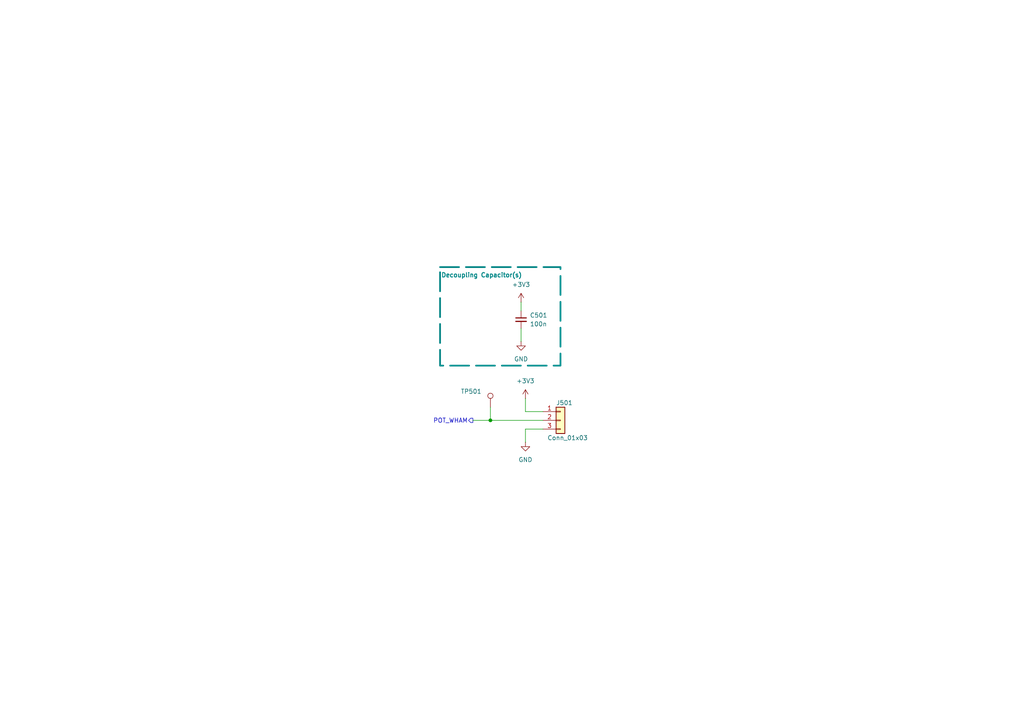
<source format=kicad_sch>
(kicad_sch (version 20231120) (generator "eeschema") (generator_version "8.0")
  (paper "A4")
  (title_block (title "Project Antares - Transmitter Schematic") (date "2024-08-23") (rev "1.0.1") (company "Ourobors Embedded Development") (comment 1 "Pablo Jean Rozario"))
  (lib_symbols
    (symbol "Connector:TestPoint" (pin_numbers hide) (pin_names (offset 0.762) hide)
      (property "Reference" "TP" (at 0 6.858 0))
      (property "Value" "TestPoint" (at 0 5.08 0))
      (symbol "TestPoint_0_1"
        (circle (center 0 3.302) (radius 0.762))
      )
      (symbol "TestPoint_1_1"
        (pin passive line (at 0 0 90) (length 2.54) (name "1") (number "1"))
      )
    )
    (symbol "Connector_Generic:Conn_01x03" (pin_names (offset 1.016) hide)
      (property "Reference" "J" (at 0 5.08 0))
      (property "Value" "Conn_01x03" (at 0 -5.08 0))
      (symbol "Conn_01x03_1_1"
        (rectangle (start -1.27 -2.413) (end 0 -2.667) (stroke (width 0.1524)))
        (rectangle (start -1.27 0.127) (end 0 -0.127) (stroke (width 0.1524)))
        (rectangle (start -1.27 2.667) (end 0 2.413) (stroke (width 0.1524)))
        (rectangle (start -1.27 3.81) (end 1.27 -3.81) (stroke (width 0.254)) (fill (type background)))
        (pin passive line (at -5.08 2.54 0) (length 3.81) (name "Pin_1") (number "1"))
        (pin passive line (at -5.08 0 0) (length 3.81) (name "Pin_2") (number "2"))
        (pin passive line (at -5.08 -2.54 0) (length 3.81) (name "Pin_3") (number "3"))
      )
    )
    (symbol "Device:C_Small" (pin_numbers hide) (pin_names (offset 0.254) hide)
      (property "Reference" "C" (at 0.254 1.778 0))
      (property "Value" "C_Small" (at 0.254 -2.032 0))
      (symbol "C_Small_0_1"
        (polyline (pts (xy -1.524 -0.508) (xy 1.524 -0.508)) (stroke (width 0.3302)))
        (polyline (pts (xy -1.524 0.508) (xy 1.524 0.508)) (stroke (width 0.3048)))
      )
      (symbol "C_Small_1_1"
        (pin passive line (at 0 2.54 270) (length 2.032) (name "~") (number "1"))
        (pin passive line (at 0 -2.54 90) (length 2.032) (name "~") (number "2"))
      )
    )
    (symbol "power:+3V3" (power) (pin_numbers hide) (pin_names (offset 0) hide)
      (property "Value" "+3V3" (at 0 3.556 0))
      (symbol "+3V3_0_1"
        (polyline (pts (xy -0.762 1.27) (xy 0 2.54)))
        (polyline (pts (xy 0 0) (xy 0 2.54)))
        (polyline (pts (xy 0 2.54) (xy 0.762 1.27)))
      )
      (symbol "+3V3_1_1"
        (pin power_in line (at 0 0 90) (length 0) (name "~") (number "1"))
      )
    )
    (symbol "power:GND" (power) (pin_numbers hide) (pin_names (offset 0) hide)
      (property "Value" "GND" (at 0 -3.81 0))
      (symbol "GND_0_1"
        (polyline (pts (xy 0 0) (xy 0 -1.27) (xy 1.27 -1.27) (xy 0 -2.54) (xy -1.27 -1.27) (xy 0 -1.27)))
      )
      (symbol "GND_1_1"
        (pin power_in line (at 0 0 270) (length 0) (name "~") (number "1"))
      )
    )
  )
  (junction (at 142.24 121.92))
  (wire (pts (xy 151.13 95.25) (xy 151.13 99.06)))
  (wire (pts (xy 151.13 87.63) (xy 151.13 90.17)))
  (wire (pts (xy 157.48 124.46) (xy 152.4 124.46)))
  (wire (pts (xy 152.4 115.57) (xy 152.4 119.38)))
  (wire (pts (xy 137.16 121.92) (xy 142.24 121.92)))
  (wire (pts (xy 152.4 119.38) (xy 157.48 119.38)))
  (wire (pts (xy 152.4 124.46) (xy 152.4 128.27)))
  (wire (pts (xy 142.24 118.11) (xy 142.24 121.92)))
  (wire (pts (xy 142.24 121.92) (xy 157.48 121.92)))
  (rectangle (start 127.635 77.47) (end 162.56 106.045) (stroke (width 0.5) (type dash) (color 0 132 132 1)))
  (text "Decoupling Capacitor(s)" (at 139.7 80.01 0) (effects (font (size 1.27 1.27) (thickness 0.254) (bold yes))))
  (hierarchical_label "POT_WHAM" (shape output) (at 137.16 121.92 180))
  (symbol (lib_id "power:+3V3") (at 151.13 87.63 0) (unit 1)
    (property "Reference" "#PWR0503" (effects (hide yes)))
    (property "Value" "+3V3" (at 151.13 82.55 0))
    (property "Description" "Power symbol creates a global label with name \"+3V3\"" (effects (hide yes)))
  )
  (symbol (lib_id "Device:C_Small") (at 151.13 92.71 0) (unit 1)
    (property "Reference" "C501" (at 153.67 91.4462 0) (effects (justify left)))
    (property "Value" "100n" (at 153.67 93.9862 0) (effects (justify left)))
    (property "Footprint" "Capacitor_SMD:C_0603_1608Metric" (effects (hide yes)))
    (property "Description" "Unpolarized capacitor, small symbol" (effects (hide yes)))
    (property "LCSC" "C14663" (effects (hide yes)))
    (property "PN" "CC0603KRX7R9BB104" (effects (hide yes)))
  )
  (symbol (lib_id "power:GND") (at 152.4 128.27 0) (unit 1)
    (property "Reference" "#PWR0501" (effects (hide yes)))
    (property "Value" "GND" (at 152.4 133.35 0))
    (property "Description" "Power symbol creates a global label with name \"GND\" , ground" (effects (hide yes)))
  )
  (symbol (lib_id "Connector:TestPoint") (at 142.24 118.11 0) (mirror y) (unit 1)
    (property "Reference" "TP501" (at 139.7 113.5379 0) (effects (justify left)))
    (property "Value" "TestPoint" (effects (hide yes)))
    (property "Footprint" "TestPoint:TestPoint_Pad_D1.5mm" (effects (hide yes)))
    (property "Description" "test point" (effects (hide yes)))
  )
  (symbol (lib_id "Connector_Generic:Conn_01x03") (at 162.56 121.92 0) (unit 1)
    (property "Reference" "J501" (at 161.29 116.84 0) (effects (justify left)))
    (property "Value" "Conn_01x03" (at 158.75 127 0) (effects (justify left)))
    (property "Footprint" "Connector_JST:JST_XA_S03B-XASK-1_1x03_P2.50mm_Horizontal" (effects (hide yes)))
    (property "Description" "Generic connector, single row, 01x03, script generated (kicad-library-utils/schlib/autogen/connector/)" (effects (hide yes)))
    (property "LCSC" "C2845506" (effects (hide yes)))
    (property "PN" "HC-XHB-3AW" (effects (hide yes)))
  )
  (symbol (lib_id "power:+3V3") (at 152.4 115.57 0) (unit 1)
    (property "Reference" "#PWR0502" (effects (hide yes)))
    (property "Value" "+3V3" (at 152.4 110.49 0))
    (property "Description" "Power symbol creates a global label with name \"+3V3\"" (effects (hide yes)))
  )
  (symbol (lib_id "power:GND") (at 151.13 99.06 0) (unit 1)
    (property "Reference" "#PWR0504" (effects (hide yes)))
    (property "Value" "GND" (at 151.13 104.14 0))
    (property "Description" "Power symbol creates a global label with name \"GND\" , ground" (effects (hide yes)))
  )
)
</source>
